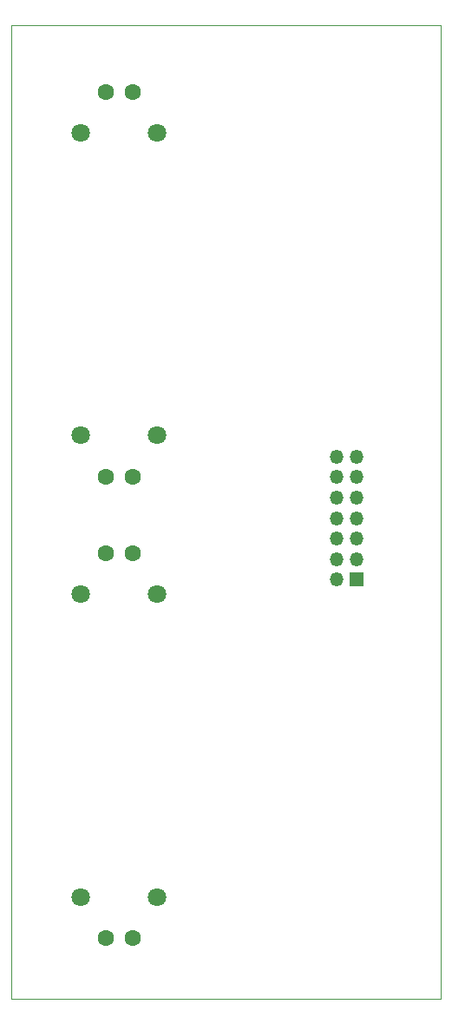
<source format=gbr>
%TF.GenerationSoftware,KiCad,Pcbnew,(6.0.6)*%
%TF.CreationDate,2023-01-26T13:55:41-05:00*%
%TF.ProjectId,TURFIO_RACK_Flex_PCB_Breakout,54555246-494f-45f5-9241-434b5f466c65,rev?*%
%TF.SameCoordinates,Original*%
%TF.FileFunction,Soldermask,Bot*%
%TF.FilePolarity,Negative*%
%FSLAX46Y46*%
G04 Gerber Fmt 4.6, Leading zero omitted, Abs format (unit mm)*
G04 Created by KiCad (PCBNEW (6.0.6)) date 2023-01-26 13:55:41*
%MOMM*%
%LPD*%
G01*
G04 APERTURE LIST*
%TA.AperFunction,Profile*%
%ADD10C,0.100000*%
%TD*%
%ADD11C,1.803400*%
%ADD12C,1.600200*%
%ADD13R,1.350000X1.350000*%
%ADD14O,1.350000X1.350000*%
G04 APERTURE END LIST*
D10*
X74510000Y-51560000D02*
X116440000Y-51560000D01*
X116440000Y-51560000D02*
X116440000Y-146520000D01*
X116440000Y-146520000D02*
X74510000Y-146520000D01*
X74510000Y-146520000D02*
X74510000Y-51560000D01*
D11*
%TO.C,J1*%
X81297153Y-62074804D03*
X81297153Y-91574796D03*
X88747151Y-62074804D03*
X88747151Y-91574796D03*
D12*
X86322152Y-58074799D03*
X86322152Y-95574801D03*
X83722152Y-58074799D03*
X83722152Y-95574801D03*
%TD*%
D11*
%TO.C,J2*%
X81297153Y-107074804D03*
X81297153Y-136574796D03*
X88747151Y-107074804D03*
X88747151Y-136574796D03*
D12*
X86322152Y-103074799D03*
X86322152Y-140574801D03*
X83722152Y-103074799D03*
X83722152Y-140574801D03*
%TD*%
D13*
%TO.C,J3*%
X108230000Y-105630000D03*
D14*
X106230000Y-105630000D03*
X108230000Y-103630000D03*
X106230000Y-103630000D03*
X108230000Y-101630000D03*
X106230000Y-101630000D03*
X108230000Y-99630000D03*
X106230000Y-99630000D03*
X108230000Y-97630000D03*
X106230000Y-97630000D03*
X108230000Y-95630000D03*
X106230000Y-95630000D03*
X108230000Y-93630000D03*
X106230000Y-93630000D03*
%TD*%
M02*

</source>
